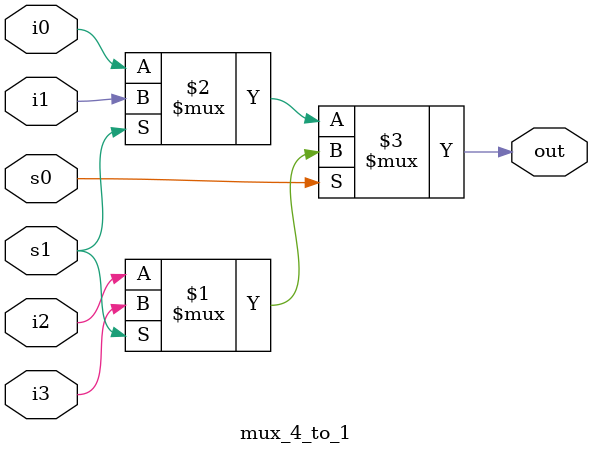
<source format=v>
module mux_4_to_1(
    out,
    i0,i1,i2,i3,
    s0,s1
);
    output out;
    input i0,i1,i2,i3;
    input s0,s1;

    // s0 s1 -> out
    // 00 -> i0
    // 01 -> i1
    // 10 -> i2
    // 11 -> i3
    assign out = s0 ? (s1 ? i3 : i2) : (s1 ? i1 : i0);

endmodule
</source>
